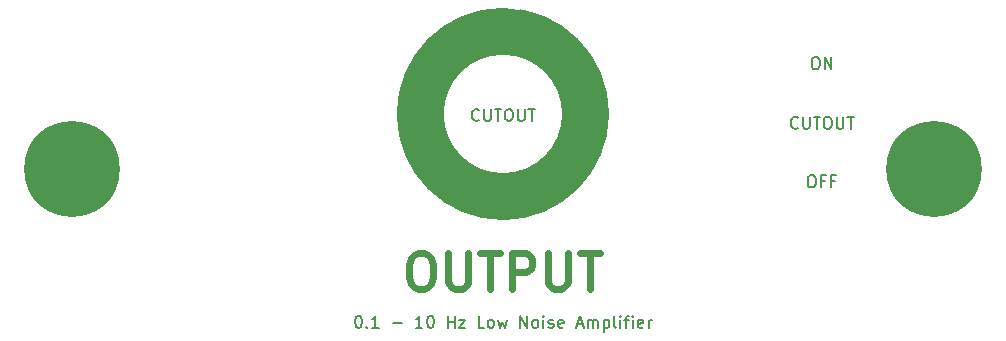
<source format=gbr>
%TF.GenerationSoftware,KiCad,Pcbnew,(5.1.6)-1*%
%TF.CreationDate,2020-08-21T17:19:32+02:00*%
%TF.ProjectId,rear_panel,72656172-5f70-4616-9e65-6c2e6b696361,rev?*%
%TF.SameCoordinates,Original*%
%TF.FileFunction,Soldermask,Top*%
%TF.FilePolarity,Negative*%
%FSLAX46Y46*%
G04 Gerber Fmt 4.6, Leading zero omitted, Abs format (unit mm)*
G04 Created by KiCad (PCBNEW (5.1.6)-1) date 2020-08-21 17:19:32*
%MOMM*%
%LPD*%
G01*
G04 APERTURE LIST*
%ADD10C,0.150000*%
%ADD11C,0.600000*%
%ADD12C,0.200000*%
%ADD13C,4.000000*%
%ADD14C,8.100000*%
G04 APERTURE END LIST*
D10*
X163547619Y-115552380D02*
X163738095Y-115552380D01*
X163833333Y-115600000D01*
X163928571Y-115695238D01*
X163976190Y-115885714D01*
X163976190Y-116219047D01*
X163928571Y-116409523D01*
X163833333Y-116504761D01*
X163738095Y-116552380D01*
X163547619Y-116552380D01*
X163452380Y-116504761D01*
X163357142Y-116409523D01*
X163309523Y-116219047D01*
X163309523Y-115885714D01*
X163357142Y-115695238D01*
X163452380Y-115600000D01*
X163547619Y-115552380D01*
X164738095Y-116028571D02*
X164404761Y-116028571D01*
X164404761Y-116552380D02*
X164404761Y-115552380D01*
X164880952Y-115552380D01*
X165595238Y-116028571D02*
X165261904Y-116028571D01*
X165261904Y-116552380D02*
X165261904Y-115552380D01*
X165738095Y-115552380D01*
X163880952Y-105552380D02*
X164071428Y-105552380D01*
X164166666Y-105600000D01*
X164261904Y-105695238D01*
X164309523Y-105885714D01*
X164309523Y-106219047D01*
X164261904Y-106409523D01*
X164166666Y-106504761D01*
X164071428Y-106552380D01*
X163880952Y-106552380D01*
X163785714Y-106504761D01*
X163690476Y-106409523D01*
X163642857Y-106219047D01*
X163642857Y-105885714D01*
X163690476Y-105695238D01*
X163785714Y-105600000D01*
X163880952Y-105552380D01*
X164738095Y-106552380D02*
X164738095Y-105552380D01*
X165309523Y-106552380D01*
X165309523Y-105552380D01*
X162476190Y-111507142D02*
X162428571Y-111554761D01*
X162285714Y-111602380D01*
X162190476Y-111602380D01*
X162047619Y-111554761D01*
X161952380Y-111459523D01*
X161904761Y-111364285D01*
X161857142Y-111173809D01*
X161857142Y-111030952D01*
X161904761Y-110840476D01*
X161952380Y-110745238D01*
X162047619Y-110650000D01*
X162190476Y-110602380D01*
X162285714Y-110602380D01*
X162428571Y-110650000D01*
X162476190Y-110697619D01*
X162904761Y-110602380D02*
X162904761Y-111411904D01*
X162952380Y-111507142D01*
X163000000Y-111554761D01*
X163095238Y-111602380D01*
X163285714Y-111602380D01*
X163380952Y-111554761D01*
X163428571Y-111507142D01*
X163476190Y-111411904D01*
X163476190Y-110602380D01*
X163809523Y-110602380D02*
X164380952Y-110602380D01*
X164095238Y-111602380D02*
X164095238Y-110602380D01*
X164904761Y-110602380D02*
X165095238Y-110602380D01*
X165190476Y-110650000D01*
X165285714Y-110745238D01*
X165333333Y-110935714D01*
X165333333Y-111269047D01*
X165285714Y-111459523D01*
X165190476Y-111554761D01*
X165095238Y-111602380D01*
X164904761Y-111602380D01*
X164809523Y-111554761D01*
X164714285Y-111459523D01*
X164666666Y-111269047D01*
X164666666Y-110935714D01*
X164714285Y-110745238D01*
X164809523Y-110650000D01*
X164904761Y-110602380D01*
X165761904Y-110602380D02*
X165761904Y-111411904D01*
X165809523Y-111507142D01*
X165857142Y-111554761D01*
X165952380Y-111602380D01*
X166142857Y-111602380D01*
X166238095Y-111554761D01*
X166285714Y-111507142D01*
X166333333Y-111411904D01*
X166333333Y-110602380D01*
X166666666Y-110602380D02*
X167238095Y-110602380D01*
X166952380Y-111602380D02*
X166952380Y-110602380D01*
X135476190Y-110857142D02*
X135428571Y-110904761D01*
X135285714Y-110952380D01*
X135190476Y-110952380D01*
X135047619Y-110904761D01*
X134952380Y-110809523D01*
X134904761Y-110714285D01*
X134857142Y-110523809D01*
X134857142Y-110380952D01*
X134904761Y-110190476D01*
X134952380Y-110095238D01*
X135047619Y-110000000D01*
X135190476Y-109952380D01*
X135285714Y-109952380D01*
X135428571Y-110000000D01*
X135476190Y-110047619D01*
X135904761Y-109952380D02*
X135904761Y-110761904D01*
X135952380Y-110857142D01*
X136000000Y-110904761D01*
X136095238Y-110952380D01*
X136285714Y-110952380D01*
X136380952Y-110904761D01*
X136428571Y-110857142D01*
X136476190Y-110761904D01*
X136476190Y-109952380D01*
X136809523Y-109952380D02*
X137380952Y-109952380D01*
X137095238Y-110952380D02*
X137095238Y-109952380D01*
X137904761Y-109952380D02*
X138095238Y-109952380D01*
X138190476Y-110000000D01*
X138285714Y-110095238D01*
X138333333Y-110285714D01*
X138333333Y-110619047D01*
X138285714Y-110809523D01*
X138190476Y-110904761D01*
X138095238Y-110952380D01*
X137904761Y-110952380D01*
X137809523Y-110904761D01*
X137714285Y-110809523D01*
X137666666Y-110619047D01*
X137666666Y-110285714D01*
X137714285Y-110095238D01*
X137809523Y-110000000D01*
X137904761Y-109952380D01*
X138761904Y-109952380D02*
X138761904Y-110761904D01*
X138809523Y-110857142D01*
X138857142Y-110904761D01*
X138952380Y-110952380D01*
X139142857Y-110952380D01*
X139238095Y-110904761D01*
X139285714Y-110857142D01*
X139333333Y-110761904D01*
X139333333Y-109952380D01*
X139666666Y-109952380D02*
X140238095Y-109952380D01*
X139952380Y-110952380D02*
X139952380Y-109952380D01*
D11*
X130285714Y-122157142D02*
X130857142Y-122157142D01*
X131142857Y-122300000D01*
X131428571Y-122585714D01*
X131571428Y-123157142D01*
X131571428Y-124157142D01*
X131428571Y-124728571D01*
X131142857Y-125014285D01*
X130857142Y-125157142D01*
X130285714Y-125157142D01*
X130000000Y-125014285D01*
X129714285Y-124728571D01*
X129571428Y-124157142D01*
X129571428Y-123157142D01*
X129714285Y-122585714D01*
X130000000Y-122300000D01*
X130285714Y-122157142D01*
X132857142Y-122157142D02*
X132857142Y-124585714D01*
X133000000Y-124871428D01*
X133142857Y-125014285D01*
X133428571Y-125157142D01*
X134000000Y-125157142D01*
X134285714Y-125014285D01*
X134428571Y-124871428D01*
X134571428Y-124585714D01*
X134571428Y-122157142D01*
X135571428Y-122157142D02*
X137285714Y-122157142D01*
X136428571Y-125157142D02*
X136428571Y-122157142D01*
X138285714Y-125157142D02*
X138285714Y-122157142D01*
X139428571Y-122157142D01*
X139714285Y-122300000D01*
X139857142Y-122442857D01*
X140000000Y-122728571D01*
X140000000Y-123157142D01*
X139857142Y-123442857D01*
X139714285Y-123585714D01*
X139428571Y-123728571D01*
X138285714Y-123728571D01*
X141285714Y-122157142D02*
X141285714Y-124585714D01*
X141428571Y-124871428D01*
X141571428Y-125014285D01*
X141857142Y-125157142D01*
X142428571Y-125157142D01*
X142714285Y-125014285D01*
X142857142Y-124871428D01*
X143000000Y-124585714D01*
X143000000Y-122157142D01*
X144000000Y-122157142D02*
X145714285Y-122157142D01*
X144857142Y-125157142D02*
X144857142Y-122157142D01*
D12*
X125214285Y-127452380D02*
X125309523Y-127452380D01*
X125404761Y-127500000D01*
X125452380Y-127547619D01*
X125500000Y-127642857D01*
X125547619Y-127833333D01*
X125547619Y-128071428D01*
X125500000Y-128261904D01*
X125452380Y-128357142D01*
X125404761Y-128404761D01*
X125309523Y-128452380D01*
X125214285Y-128452380D01*
X125119047Y-128404761D01*
X125071428Y-128357142D01*
X125023809Y-128261904D01*
X124976190Y-128071428D01*
X124976190Y-127833333D01*
X125023809Y-127642857D01*
X125071428Y-127547619D01*
X125119047Y-127500000D01*
X125214285Y-127452380D01*
X125976190Y-128357142D02*
X126023809Y-128404761D01*
X125976190Y-128452380D01*
X125928571Y-128404761D01*
X125976190Y-128357142D01*
X125976190Y-128452380D01*
X126976190Y-128452380D02*
X126404761Y-128452380D01*
X126690476Y-128452380D02*
X126690476Y-127452380D01*
X126595238Y-127595238D01*
X126500000Y-127690476D01*
X126404761Y-127738095D01*
X128166666Y-128071428D02*
X128928571Y-128071428D01*
X130690476Y-128452380D02*
X130119047Y-128452380D01*
X130404761Y-128452380D02*
X130404761Y-127452380D01*
X130309523Y-127595238D01*
X130214285Y-127690476D01*
X130119047Y-127738095D01*
X131309523Y-127452380D02*
X131404761Y-127452380D01*
X131500000Y-127500000D01*
X131547619Y-127547619D01*
X131595238Y-127642857D01*
X131642857Y-127833333D01*
X131642857Y-128071428D01*
X131595238Y-128261904D01*
X131547619Y-128357142D01*
X131500000Y-128404761D01*
X131404761Y-128452380D01*
X131309523Y-128452380D01*
X131214285Y-128404761D01*
X131166666Y-128357142D01*
X131119047Y-128261904D01*
X131071428Y-128071428D01*
X131071428Y-127833333D01*
X131119047Y-127642857D01*
X131166666Y-127547619D01*
X131214285Y-127500000D01*
X131309523Y-127452380D01*
X132833333Y-128452380D02*
X132833333Y-127452380D01*
X132833333Y-127928571D02*
X133404761Y-127928571D01*
X133404761Y-128452380D02*
X133404761Y-127452380D01*
X133785714Y-127785714D02*
X134309523Y-127785714D01*
X133785714Y-128452380D01*
X134309523Y-128452380D01*
X135928571Y-128452380D02*
X135452380Y-128452380D01*
X135452380Y-127452380D01*
X136404761Y-128452380D02*
X136309523Y-128404761D01*
X136261904Y-128357142D01*
X136214285Y-128261904D01*
X136214285Y-127976190D01*
X136261904Y-127880952D01*
X136309523Y-127833333D01*
X136404761Y-127785714D01*
X136547619Y-127785714D01*
X136642857Y-127833333D01*
X136690476Y-127880952D01*
X136738095Y-127976190D01*
X136738095Y-128261904D01*
X136690476Y-128357142D01*
X136642857Y-128404761D01*
X136547619Y-128452380D01*
X136404761Y-128452380D01*
X137071428Y-127785714D02*
X137261904Y-128452380D01*
X137452380Y-127976190D01*
X137642857Y-128452380D01*
X137833333Y-127785714D01*
X138976190Y-128452380D02*
X138976190Y-127452380D01*
X139547619Y-128452380D01*
X139547619Y-127452380D01*
X140166666Y-128452380D02*
X140071428Y-128404761D01*
X140023809Y-128357142D01*
X139976190Y-128261904D01*
X139976190Y-127976190D01*
X140023809Y-127880952D01*
X140071428Y-127833333D01*
X140166666Y-127785714D01*
X140309523Y-127785714D01*
X140404761Y-127833333D01*
X140452380Y-127880952D01*
X140500000Y-127976190D01*
X140500000Y-128261904D01*
X140452380Y-128357142D01*
X140404761Y-128404761D01*
X140309523Y-128452380D01*
X140166666Y-128452380D01*
X140928571Y-128452380D02*
X140928571Y-127785714D01*
X140928571Y-127452380D02*
X140880952Y-127500000D01*
X140928571Y-127547619D01*
X140976190Y-127500000D01*
X140928571Y-127452380D01*
X140928571Y-127547619D01*
X141357142Y-128404761D02*
X141452380Y-128452380D01*
X141642857Y-128452380D01*
X141738095Y-128404761D01*
X141785714Y-128309523D01*
X141785714Y-128261904D01*
X141738095Y-128166666D01*
X141642857Y-128119047D01*
X141500000Y-128119047D01*
X141404761Y-128071428D01*
X141357142Y-127976190D01*
X141357142Y-127928571D01*
X141404761Y-127833333D01*
X141500000Y-127785714D01*
X141642857Y-127785714D01*
X141738095Y-127833333D01*
X142595238Y-128404761D02*
X142500000Y-128452380D01*
X142309523Y-128452380D01*
X142214285Y-128404761D01*
X142166666Y-128309523D01*
X142166666Y-127928571D01*
X142214285Y-127833333D01*
X142309523Y-127785714D01*
X142500000Y-127785714D01*
X142595238Y-127833333D01*
X142642857Y-127928571D01*
X142642857Y-128023809D01*
X142166666Y-128119047D01*
X143785714Y-128166666D02*
X144261904Y-128166666D01*
X143690476Y-128452380D02*
X144023809Y-127452380D01*
X144357142Y-128452380D01*
X144690476Y-128452380D02*
X144690476Y-127785714D01*
X144690476Y-127880952D02*
X144738095Y-127833333D01*
X144833333Y-127785714D01*
X144976190Y-127785714D01*
X145071428Y-127833333D01*
X145119047Y-127928571D01*
X145119047Y-128452380D01*
X145119047Y-127928571D02*
X145166666Y-127833333D01*
X145261904Y-127785714D01*
X145404761Y-127785714D01*
X145500000Y-127833333D01*
X145547619Y-127928571D01*
X145547619Y-128452380D01*
X146023809Y-127785714D02*
X146023809Y-128785714D01*
X146023809Y-127833333D02*
X146119047Y-127785714D01*
X146309523Y-127785714D01*
X146404761Y-127833333D01*
X146452380Y-127880952D01*
X146500000Y-127976190D01*
X146500000Y-128261904D01*
X146452380Y-128357142D01*
X146404761Y-128404761D01*
X146309523Y-128452380D01*
X146119047Y-128452380D01*
X146023809Y-128404761D01*
X147071428Y-128452380D02*
X146976190Y-128404761D01*
X146928571Y-128309523D01*
X146928571Y-127452380D01*
X147452380Y-128452380D02*
X147452380Y-127785714D01*
X147452380Y-127452380D02*
X147404761Y-127500000D01*
X147452380Y-127547619D01*
X147500000Y-127500000D01*
X147452380Y-127452380D01*
X147452380Y-127547619D01*
X147785714Y-127785714D02*
X148166666Y-127785714D01*
X147928571Y-128452380D02*
X147928571Y-127595238D01*
X147976190Y-127500000D01*
X148071428Y-127452380D01*
X148166666Y-127452380D01*
X148500000Y-128452380D02*
X148500000Y-127785714D01*
X148500000Y-127452380D02*
X148452380Y-127500000D01*
X148500000Y-127547619D01*
X148547619Y-127500000D01*
X148500000Y-127452380D01*
X148500000Y-127547619D01*
X149357142Y-128404761D02*
X149261904Y-128452380D01*
X149071428Y-128452380D01*
X148976190Y-128404761D01*
X148928571Y-128309523D01*
X148928571Y-127928571D01*
X148976190Y-127833333D01*
X149071428Y-127785714D01*
X149261904Y-127785714D01*
X149357142Y-127833333D01*
X149404761Y-127928571D01*
X149404761Y-128023809D01*
X148928571Y-128119047D01*
X149833333Y-128452380D02*
X149833333Y-127785714D01*
X149833333Y-127976190D02*
X149880952Y-127880952D01*
X149928571Y-127833333D01*
X150023809Y-127785714D01*
X150119047Y-127785714D01*
D13*
X144500000Y-110350000D02*
G75*
G03*
X144500000Y-110350000I-7000000J0D01*
G01*
D14*
X174000000Y-115000000D03*
X101000000Y-115000000D03*
M02*

</source>
